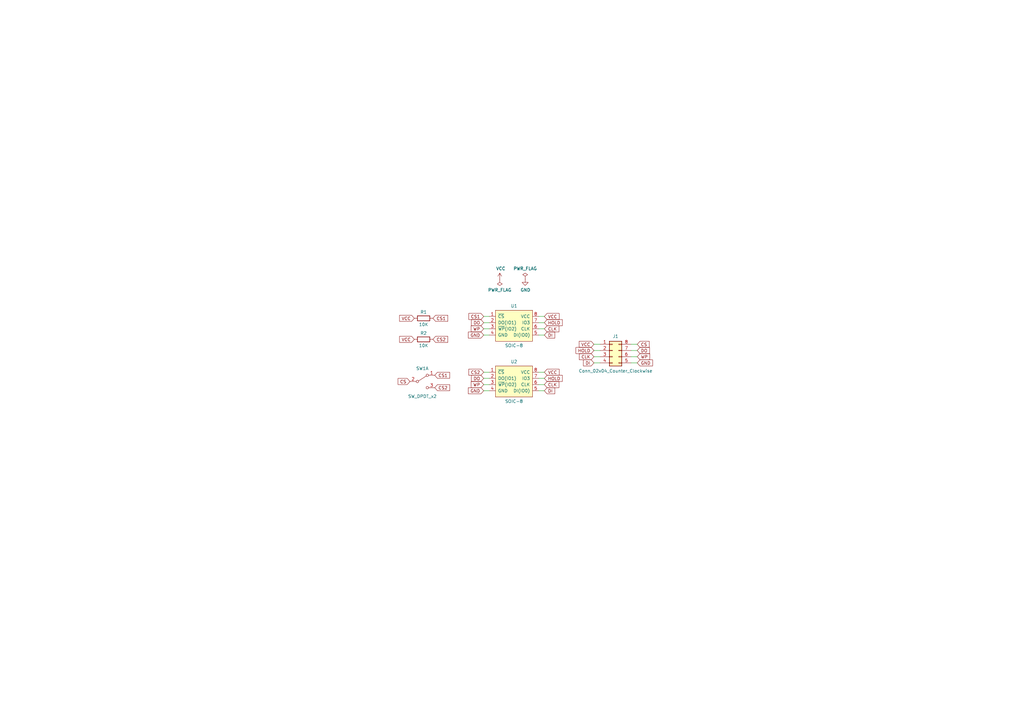
<source format=kicad_sch>
(kicad_sch (version 20211123) (generator eeschema)
  (paper "A3")
  (title_block (title "Dual_Bios_Switch_Board") (date "2021-06-26") (rev "V1"))
  (lib_symbols
    (symbol "Connector_Generic:Conn_02x04_Counter_Clockwise" (pin_names (offset 1.016) hide)
      (property "Reference" "J" (at 1.27 5.08 0))
      (property "Value" "Conn_02x04_Counter_Clockwise" (at 1.27 -7.62 0))
      (symbol "Conn_02x04_Counter_Clockwise_1_1"
        (rectangle (start -1.27 -4.953) (end 0 -5.207) (stroke (width 0.1524)))
        (rectangle (start -1.27 -2.413) (end 0 -2.667) (stroke (width 0.1524)))
        (rectangle (start -1.27 0.127) (end 0 -0.127) (stroke (width 0.1524)))
        (rectangle (start -1.27 2.667) (end 0 2.413) (stroke (width 0.1524)))
        (rectangle (start -1.27 3.81) (end 3.81 -6.35) (stroke (width 0.254)) (fill (type background)))
        (rectangle (start 3.81 -4.953) (end 2.54 -5.207) (stroke (width 0.1524)))
        (rectangle (start 3.81 -2.413) (end 2.54 -2.667) (stroke (width 0.1524)))
        (rectangle (start 3.81 0.127) (end 2.54 -0.127) (stroke (width 0.1524)))
        (rectangle (start 3.81 2.667) (end 2.54 2.413) (stroke (width 0.1524)))
        (pin passive line (at -5.08 2.54 0) (length 3.81) (name "Pin_1") (number "1"))
        (pin passive line (at -5.08 0 0) (length 3.81) (name "Pin_2") (number "2"))
        (pin passive line (at -5.08 -2.54 0) (length 3.81) (name "Pin_3") (number "3"))
        (pin passive line (at -5.08 -5.08 0) (length 3.81) (name "Pin_4") (number "4"))
        (pin passive line (at 7.62 -5.08 180) (length 3.81) (name "Pin_5") (number "5"))
        (pin passive line (at 7.62 -2.54 180) (length 3.81) (name "Pin_6") (number "6"))
        (pin passive line (at 7.62 0 180) (length 3.81) (name "Pin_7") (number "7"))
        (pin passive line (at 7.62 2.54 180) (length 3.81) (name "Pin_8") (number "8"))
      )
    )
    (symbol "Custom_Symbol_Library:SOIC-8" (pin_names (offset 1.016))
      (property "Reference" "U" (at 0 7.62 0))
      (property "Value" "SOIC-8" (at 0 -7.62 0))
      (symbol "SOIC-8_0_1"
        (rectangle (start -7.62 6.35) (end 7.62 -6.35) (fill (type background)))
      )
      (symbol "SOIC-8_1_1"
        (pin input line (at -10.16 3.81 0) (length 2.54) (name "~{CS}") (number "1"))
        (pin bidirectional line (at -10.16 1.27 0) (length 2.54) (name "DO(IO1)") (number "2"))
        (pin bidirectional line (at -10.16 -1.27 0) (length 2.54) (name "~{WP}(IO2)") (number "3"))
        (pin power_in line (at -10.16 -3.81 0) (length 2.54) (name "GND") (number "4"))
        (pin bidirectional line (at 10.16 -3.81 180) (length 2.54) (name "DI(IO0)") (number "5"))
        (pin input line (at 10.16 -1.27 180) (length 2.54) (name "CLK") (number "6"))
        (pin bidirectional line (at 10.16 1.27 180) (length 2.54) (name "IO3") (number "7"))
        (pin power_in line (at 10.16 3.81 180) (length 2.54) (name "VCC") (number "8"))
      )
    )
    (symbol "Device:R" (pin_numbers hide) (pin_names (offset 0))
      (property "Reference" "R" (at 2.032 0 90))
      (property "Value" "R" (at 0 0 90))
      (symbol "R_0_1"
        (rectangle (start -1.016 -2.54) (end 1.016 2.54) (stroke (width 0.254)))
      )
      (symbol "R_1_1"
        (pin passive line (at 0 3.81 270) (length 1.27) (name "~") (number "1"))
        (pin passive line (at 0 -3.81 90) (length 1.27) (name "~") (number "2"))
      )
    )
    (symbol "Switch:SW_DPDT_x2" (pin_names (offset 0) hide)
      (property "Reference" "SW" (at 0 4.318 0))
      (property "Value" "SW_DPDT_x2" (at 0 -5.08 0))
      (symbol "SW_DPDT_x2_0_0"
        (circle (center -2.032 0) (radius 0.508))
        (circle (center 2.032 -2.54) (radius 0.508))
      )
      (symbol "SW_DPDT_x2_0_1"
        (polyline (pts (xy -1.524 0.254) (xy 1.651 2.286)))
        (circle (center 2.032 2.54) (radius 0.508))
      )
      (symbol "SW_DPDT_x2_1_1"
        (pin passive line (at 5.08 2.54 180) (length 2.54) (name "A") (number "1"))
        (pin passive line (at -5.08 0 0) (length 2.54) (name "B") (number "2"))
        (pin passive line (at 5.08 -2.54 180) (length 2.54) (name "C") (number "3"))
      )
      (symbol "SW_DPDT_x2_2_1"
        (pin passive line (at 5.08 2.54 180) (length 2.54) (name "A") (number "4"))
        (pin passive line (at -5.08 0 0) (length 2.54) (name "B") (number "5"))
        (pin passive line (at 5.08 -2.54 180) (length 2.54) (name "C") (number "6"))
      )
    )
    (symbol "power:GND" (power) (pin_names (offset 0))
      (property "Value" "GND" (at 0 -3.81 0))
      (symbol "GND_0_1"
        (polyline (pts (xy 0 0) (xy 0 -1.27) (xy 1.27 -1.27) (xy 0 -2.54) (xy -1.27 -1.27) (xy 0 -1.27)))
      )
      (symbol "GND_1_1"
        (pin power_in line (at 0 0 270) (length 0) hide (name "GND") (number "1"))
      )
    )
    (symbol "power:PWR_FLAG" (power) (pin_numbers hide) (pin_names (offset 0) hide)
      (property "Value" "PWR_FLAG" (at 0 3.81 0))
      (symbol "PWR_FLAG_0_0"
        (pin power_out line (at 0 0 90) (length 0) (name "pwr") (number "1"))
      )
      (symbol "PWR_FLAG_0_1"
        (polyline (pts (xy 0 0) (xy 0 1.27) (xy -1.016 1.905) (xy 0 2.54) (xy 1.016 1.905) (xy 0 1.27)))
      )
    )
    (symbol "power:VCC" (power) (pin_names (offset 0))
      (property "Value" "VCC" (at 0 3.81 0))
      (symbol "VCC_0_1"
        (polyline (pts (xy -0.762 1.27) (xy 0 2.54)))
        (polyline (pts (xy 0 0) (xy 0 2.54)))
        (polyline (pts (xy 0 2.54) (xy 0.762 1.27)))
      )
      (symbol "VCC_1_1"
        (pin power_in line (at 0 0 90) (length 0) hide (name "VCC") (number "1"))
      )
    )
  )
  (wire (pts (xy 220.98 134.874) (xy 223.266 134.874)))
  (wire (pts (xy 198.374 129.794) (xy 200.66 129.794)))
  (wire (pts (xy 220.98 157.734) (xy 223.266 157.734)))
  (wire (pts (xy 243.586 146.304) (xy 246.126 146.304)))
  (wire (pts (xy 258.826 146.304) (xy 261.366 146.304)))
  (wire (pts (xy 220.98 155.194) (xy 223.266 155.194)))
  (wire (pts (xy 200.66 134.874) (xy 198.374 134.874)))
  (wire (pts (xy 220.98 152.654) (xy 223.266 152.654)))
  (wire (pts (xy 200.66 137.414) (xy 198.374 137.414)))
  (wire (pts (xy 200.66 157.734) (xy 198.374 157.734)))
  (wire (pts (xy 243.586 143.764) (xy 246.126 143.764)))
  (wire (pts (xy 243.586 141.224) (xy 246.126 141.224)))
  (wire (pts (xy 220.98 129.794) (xy 223.266 129.794)))
  (wire (pts (xy 220.98 137.414) (xy 223.266 137.414)))
  (wire (pts (xy 200.66 132.334) (xy 198.374 132.334)))
  (wire (pts (xy 200.66 160.274) (xy 198.374 160.274)))
  (wire (pts (xy 200.66 155.194) (xy 198.374 155.194)))
  (wire (pts (xy 258.826 141.224) (xy 261.366 141.224)))
  (wire (pts (xy 198.374 152.654) (xy 200.66 152.654)))
  (wire (pts (xy 243.586 148.844) (xy 246.126 148.844)))
  (wire (pts (xy 258.826 148.844) (xy 261.366 148.844)))
  (wire (pts (xy 258.826 143.764) (xy 261.366 143.764)))
  (wire (pts (xy 220.98 132.334) (xy 223.266 132.334)))
  (wire (pts (xy 220.98 160.274) (xy 223.266 160.274)))
  (global_label "VCC" (shape input) (at 223.266 152.654 0) (property "Intersheet References" "${INTERSHEET_REFS}" (effects hide)))
  (global_label "DO" (shape input) (at 261.366 143.764 0) (property "Intersheet References" "${INTERSHEET_REFS}" (effects hide)))
  (global_label "GND" (shape input) (at 198.374 160.274 180) (property "Intersheet References" "${INTERSHEET_REFS}" (effects hide)))
  (global_label "GND" (shape input) (at 261.366 148.844 0) (property "Intersheet References" "${INTERSHEET_REFS}" (effects hide)))
  (global_label "CS2" (shape input) (at 177.546 139.192 0) (property "Intersheet References" "${INTERSHEET_REFS}" (effects hide)))
  (global_label "VCC" (shape input) (at 169.926 130.556 180) (property "Intersheet References" "${INTERSHEET_REFS}" (effects hide)))
  (global_label "VCC" (shape input) (at 223.266 129.794 0) (property "Intersheet References" "${INTERSHEET_REFS}" (effects hide)))
  (global_label "CS2" (shape input) (at 198.374 152.654 180) (property "Intersheet References" "${INTERSHEET_REFS}" (effects hide)))
  (global_label "HOLD" (shape input) (at 223.266 132.334 0) (property "Intersheet References" "${INTERSHEET_REFS}" (effects hide)))
  (global_label "DO" (shape input) (at 198.374 132.334 180) (property "Intersheet References" "${INTERSHEET_REFS}" (effects hide)))
  (global_label "WP" (shape input) (at 198.374 157.734 180) (property "Intersheet References" "${INTERSHEET_REFS}" (effects hide)))
  (global_label "VCC" (shape input) (at 169.926 139.192 180) (property "Intersheet References" "${INTERSHEET_REFS}" (effects hide)))
  (global_label "HOLD" (shape input) (at 243.586 143.764 180) (property "Intersheet References" "${INTERSHEET_REFS}" (effects hide)))
  (global_label "HOLD" (shape input) (at 223.266 155.194 0) (property "Intersheet References" "${INTERSHEET_REFS}" (effects hide)))
  (global_label "DI" (shape input) (at 223.266 137.414 0) (property "Intersheet References" "${INTERSHEET_REFS}" (effects hide)))
  (global_label "CS1" (shape input) (at 178.308 153.924 0) (property "Intersheet References" "${INTERSHEET_REFS}" (effects hide)))
  (global_label "DI" (shape input) (at 223.266 160.274 0) (property "Intersheet References" "${INTERSHEET_REFS}" (effects hide)))
  (global_label "DI" (shape input) (at 243.586 148.844 180) (property "Intersheet References" "${INTERSHEET_REFS}" (effects hide)))
  (global_label "CS" (shape input) (at 168.148 156.464 180) (property "Intersheet References" "${INTERSHEET_REFS}" (effects hide)))
  (global_label "VCC" (shape input) (at 243.586 141.224 180) (property "Intersheet References" "${INTERSHEET_REFS}" (effects hide)))
  (global_label "CS2" (shape input) (at 178.308 159.004 0) (property "Intersheet References" "${INTERSHEET_REFS}" (effects hide)))
  (global_label "DO" (shape input) (at 198.374 155.194 180) (property "Intersheet References" "${INTERSHEET_REFS}" (effects hide)))
  (global_label "CLK" (shape input) (at 243.586 146.304 180) (property "Intersheet References" "${INTERSHEET_REFS}" (effects hide)))
  (global_label "WP" (shape input) (at 198.374 134.874 180) (property "Intersheet References" "${INTERSHEET_REFS}" (effects hide)))
  (global_label "WP" (shape input) (at 261.366 146.304 0) (property "Intersheet References" "${INTERSHEET_REFS}" (effects hide)))
  (global_label "CLK" (shape input) (at 223.266 157.734 0) (property "Intersheet References" "${INTERSHEET_REFS}" (effects hide)))
  (global_label "CS1" (shape input) (at 177.546 130.556 0) (property "Intersheet References" "${INTERSHEET_REFS}" (effects hide)))
  (global_label "CS" (shape input) (at 261.366 141.224 0) (property "Intersheet References" "${INTERSHEET_REFS}" (effects hide)))
  (global_label "CLK" (shape input) (at 223.266 134.874 0) (property "Intersheet References" "${INTERSHEET_REFS}" (effects hide)))
  (global_label "GND" (shape input) (at 198.374 137.414 180) (property "Intersheet References" "${INTERSHEET_REFS}" (effects hide)))
  (global_label "CS1" (shape input) (at 198.374 129.794 180) (property "Intersheet References" "${INTERSHEET_REFS}" (effects hide)))
  (symbol (lib_id "Custom_Symbol_Library:SOIC-8") (at 210.82 133.604 0) (unit 1)
    (property "Reference" "U1" (at 210.82 125.476 0))
    (property "Value" "SOIC-8" (at 210.82 141.732 0))
    (property "Footprint" "Package_SO:SOIC-8_5.275x5.275mm_P1.27mm" (effects hide))
  )
  (symbol (lib_id "Custom_Symbol_Library:SOIC-8") (at 210.82 156.464 0) (unit 1)
    (property "Reference" "U2" (at 210.82 148.336 0))
    (property "Value" "SOIC-8" (at 210.82 164.592 0))
    (property "Footprint" "Package_SO:SOIC-8_5.275x5.275mm_P1.27mm" (effects hide))
  )
  (symbol (lib_id "Connector_Generic:Conn_02x04_Counter_Clockwise") (at 251.206 143.764 0) (unit 1)
    (property "Reference" "J1" (at 252.476 137.922 0))
    (property "Value" "Conn_02x04_Counter_Clockwise" (at 252.476 152.146 0))
    (property "Footprint" "Custom_Package_Library:PinSocket_2x04_P1.27mm_Vertical_SMD" (effects hide))
  )
  (symbol (lib_id "Device:R") (at 173.736 130.556 270) (unit 1)
    (property "Reference" "R1" (at 173.736 128.016 90))
    (property "Value" "10K" (at 173.736 133.096 90))
    (property "Footprint" "Resistor_SMD:R_0603_1608Metric_Pad1.05x0.95mm_HandSolder" (effects hide))
  )
  (symbol (lib_id "Device:R") (at 173.736 139.192 270) (unit 1)
    (property "Reference" "R2" (at 173.736 136.652 90))
    (property "Value" "10K" (at 173.736 141.732 90))
    (property "Footprint" "Resistor_SMD:R_0603_1608Metric_Pad1.05x0.95mm_HandSolder" (effects hide))
  )
  (symbol (lib_id "Switch:SW_DPDT_x2") (at 173.228 156.464 0) (unit 1)
    (property "Reference" "SW1" (at 173.228 151.13 0))
    (property "Value" "SW_DPDT_x2" (at 173.228 162.56 0))
    (property "Footprint" "Button_Switch_THT:SW_Slide_1P2T_CK_OS102011MS2Q" (effects hide))
  )
  (symbol (lib_id "power:PWR_FLAG") (at 204.978 114.554 180) (unit 1)
    (property "Reference" "#FLG0101" (effects hide))
    (property "Value" "PWR_FLAG" (at 204.978 118.9482 0))
  )
  (symbol (lib_id "power:PWR_FLAG") (at 215.392 114.554 0) (unit 1)
    (property "Reference" "#FLG0102" (effects hide))
    (property "Value" "PWR_FLAG" (at 215.392 110.1598 0))
  )
  (symbol (lib_id "power:VCC") (at 204.978 114.554 0) (unit 1)
    (property "Reference" "#PWR0101" (effects hide))
    (property "Value" "VCC" (at 205.359 110.1598 0))
  )
  (symbol (lib_id "power:GND") (at 215.392 114.554 0) (unit 1)
    (property "Reference" "#PWR0102" (effects hide))
    (property "Value" "GND" (at 215.519 118.9482 0))
  )
)
</source>
